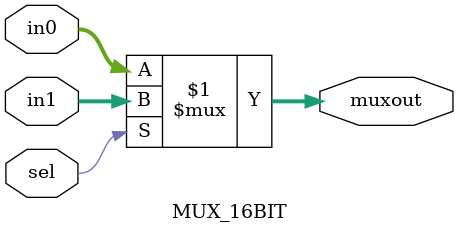
<source format=v>
`timescale 1ns / 1ps
module MUX_16BIT (
    input [15:0] in0,    // 16-bit input 0
    input [15:0] in1,    // 16-bit input 1
    input sel,           // Select signal (1 bit)
    output [15:0] muxout    // 16-bit output
);

    // Assign output based on select signal
    assign muxout = sel ? in1 : in0;

endmodule

</source>
